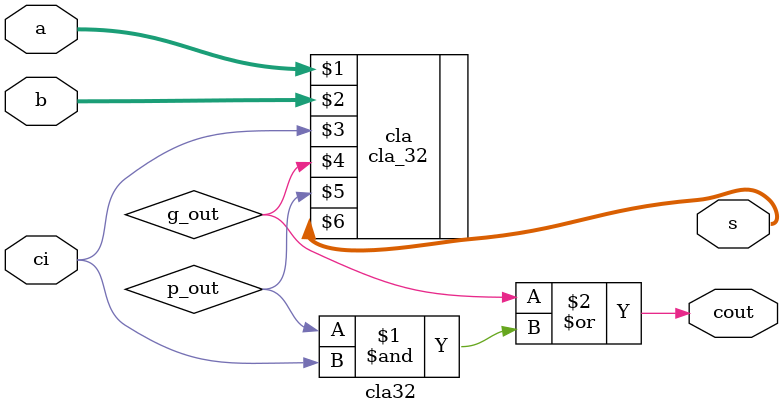
<source format=v>

module cla32 (a,b,ci,s, cout);    // 32-bit carry lookahead adder, no g, p outputs
    input  [31:0] a, b;                                 // inputs: a, b
    input         ci;                                   // input:  carry_in
    output [31:0] s;                                    // output: sum
    output cout;
	 wire          g_out, p_out;                         // internal wires
    
	 cla_32 cla (a, b, ci, g_out, p_out, s);             // use cla_32 module
	 assign cout = g_out | (p_out & ci);
endmodule

</source>
